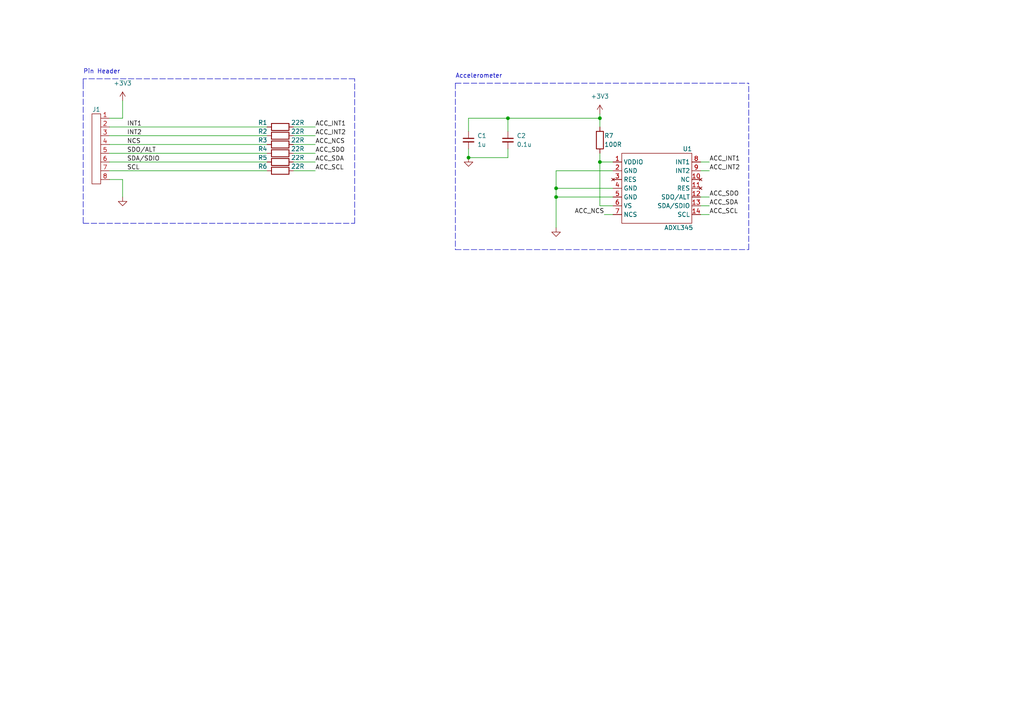
<source format=kicad_sch>
(kicad_sch (version 20211123) (generator eeschema)

  (uuid cb4577aa-91c8-4756-88ad-b043efa01bd6)

  (paper "A4")

  (lib_symbols
    (symbol "Device:C_Small" (pin_numbers hide) (pin_names (offset 0.254) hide) (in_bom yes) (on_board yes)
      (property "Reference" "C" (id 0) (at 0.254 1.778 0)
        (effects (font (size 1.27 1.27)) (justify left))
      )
      (property "Value" "C_Small" (id 1) (at 0.254 -2.032 0)
        (effects (font (size 1.27 1.27)) (justify left))
      )
      (property "Footprint" "" (id 2) (at 0 0 0)
        (effects (font (size 1.27 1.27)) hide)
      )
      (property "Datasheet" "~" (id 3) (at 0 0 0)
        (effects (font (size 1.27 1.27)) hide)
      )
      (property "ki_keywords" "capacitor cap" (id 4) (at 0 0 0)
        (effects (font (size 1.27 1.27)) hide)
      )
      (property "ki_description" "Unpolarized capacitor, small symbol" (id 5) (at 0 0 0)
        (effects (font (size 1.27 1.27)) hide)
      )
      (property "ki_fp_filters" "C_*" (id 6) (at 0 0 0)
        (effects (font (size 1.27 1.27)) hide)
      )
      (symbol "C_Small_0_1"
        (polyline
          (pts
            (xy -1.524 -0.508)
            (xy 1.524 -0.508)
          )
          (stroke (width 0.3302) (type default) (color 0 0 0 0))
          (fill (type none))
        )
        (polyline
          (pts
            (xy -1.524 0.508)
            (xy 1.524 0.508)
          )
          (stroke (width 0.3048) (type default) (color 0 0 0 0))
          (fill (type none))
        )
      )
      (symbol "C_Small_1_1"
        (pin passive line (at 0 2.54 270) (length 2.032)
          (name "~" (effects (font (size 1.27 1.27))))
          (number "1" (effects (font (size 1.27 1.27))))
        )
        (pin passive line (at 0 -2.54 90) (length 2.032)
          (name "~" (effects (font (size 1.27 1.27))))
          (number "2" (effects (font (size 1.27 1.27))))
        )
      )
    )
    (symbol "Device:R" (pin_numbers hide) (pin_names (offset 0)) (in_bom yes) (on_board yes)
      (property "Reference" "R" (id 0) (at 2.032 0 90)
        (effects (font (size 1.27 1.27)))
      )
      (property "Value" "R" (id 1) (at 0 0 90)
        (effects (font (size 1.27 1.27)))
      )
      (property "Footprint" "" (id 2) (at -1.778 0 90)
        (effects (font (size 1.27 1.27)) hide)
      )
      (property "Datasheet" "~" (id 3) (at 0 0 0)
        (effects (font (size 1.27 1.27)) hide)
      )
      (property "ki_keywords" "R res resistor" (id 4) (at 0 0 0)
        (effects (font (size 1.27 1.27)) hide)
      )
      (property "ki_description" "Resistor" (id 5) (at 0 0 0)
        (effects (font (size 1.27 1.27)) hide)
      )
      (property "ki_fp_filters" "R_*" (id 6) (at 0 0 0)
        (effects (font (size 1.27 1.27)) hide)
      )
      (symbol "R_0_1"
        (rectangle (start -1.016 -2.54) (end 1.016 2.54)
          (stroke (width 0.254) (type default) (color 0 0 0 0))
          (fill (type none))
        )
      )
      (symbol "R_1_1"
        (pin passive line (at 0 3.81 270) (length 1.27)
          (name "~" (effects (font (size 1.27 1.27))))
          (number "1" (effects (font (size 1.27 1.27))))
        )
        (pin passive line (at 0 -3.81 90) (length 1.27)
          (name "~" (effects (font (size 1.27 1.27))))
          (number "2" (effects (font (size 1.27 1.27))))
        )
      )
    )
    (symbol "UserCustom:8_Pin_Header" (in_bom yes) (on_board yes)
      (property "Reference" "J" (id 0) (at 0 5.08 0)
        (effects (font (size 1.27 1.27)))
      )
      (property "Value" "8_Pin_Header" (id 1) (at 3.81 -19.05 0)
        (effects (font (size 1.27 1.27)) hide)
      )
      (property "Footprint" "" (id 2) (at 0 0 0)
        (effects (font (size 1.27 1.27)) hide)
      )
      (property "Datasheet" "" (id 3) (at 0 0 0)
        (effects (font (size 1.27 1.27)) hide)
      )
      (symbol "8_Pin_Header_0_1"
        (rectangle (start -1.27 2.54) (end 1.27 -17.78)
          (stroke (width 0) (type default) (color 0 0 0 0))
          (fill (type none))
        )
      )
      (symbol "8_Pin_Header_1_1"
        (pin input line (at 3.81 1.27 180) (length 2.54)
          (name "" (effects (font (size 1.27 1.27))))
          (number "1" (effects (font (size 1.27 1.27))))
        )
        (pin input line (at 3.81 -1.27 180) (length 2.54)
          (name "" (effects (font (size 1.27 1.27))))
          (number "2" (effects (font (size 1.27 1.27))))
        )
        (pin input line (at 3.81 -3.81 180) (length 2.54)
          (name "" (effects (font (size 1.27 1.27))))
          (number "3" (effects (font (size 1.27 1.27))))
        )
        (pin input line (at 3.81 -6.35 180) (length 2.54)
          (name "" (effects (font (size 1.27 1.27))))
          (number "4" (effects (font (size 1.27 1.27))))
        )
        (pin input line (at 3.81 -8.89 180) (length 2.54)
          (name "" (effects (font (size 1.27 1.27))))
          (number "5" (effects (font (size 1.27 1.27))))
        )
        (pin input line (at 3.81 -11.43 180) (length 2.54)
          (name "" (effects (font (size 1.27 1.27))))
          (number "6" (effects (font (size 1.27 1.27))))
        )
        (pin input line (at 3.81 -13.97 180) (length 2.54)
          (name "" (effects (font (size 1.27 1.27))))
          (number "7" (effects (font (size 1.27 1.27))))
        )
        (pin input line (at 3.81 -16.51 180) (length 2.54)
          (name "" (effects (font (size 1.27 1.27))))
          (number "8" (effects (font (size 1.27 1.27))))
        )
      )
    )
    (symbol "UserCustom:ADXL345" (in_bom yes) (on_board yes)
      (property "Reference" "U" (id 0) (at -8.89 8.89 0)
        (effects (font (size 1.27 1.27)))
      )
      (property "Value" "ADXL345" (id 1) (at 6.35 -13.97 0)
        (effects (font (size 1.27 1.27)))
      )
      (property "Footprint" "" (id 2) (at 0 0 0)
        (effects (font (size 1.27 1.27)) hide)
      )
      (property "Datasheet" "" (id 3) (at 0 0 0)
        (effects (font (size 1.27 1.27)) hide)
      )
      (symbol "ADXL345_0_1"
        (rectangle (start -10.16 7.62) (end 10.16 -12.7)
          (stroke (width 0) (type default) (color 0 0 0 0))
          (fill (type none))
        )
      )
      (symbol "ADXL345_1_1"
        (pin power_in line (at -12.7 5.08 0) (length 2.54)
          (name "VDDIO" (effects (font (size 1.27 1.27))))
          (number "1" (effects (font (size 1.27 1.27))))
        )
        (pin no_connect line (at 12.7 0 180) (length 2.54)
          (name "NC" (effects (font (size 1.27 1.27))))
          (number "10" (effects (font (size 1.27 1.27))))
        )
        (pin no_connect line (at 12.7 -2.54 180) (length 2.54)
          (name "RES" (effects (font (size 1.27 1.27))))
          (number "11" (effects (font (size 1.27 1.27))))
        )
        (pin bidirectional line (at 12.7 -5.08 180) (length 2.54)
          (name "SDO/ALT" (effects (font (size 1.27 1.27))))
          (number "12" (effects (font (size 1.27 1.27))))
        )
        (pin bidirectional line (at 12.7 -7.62 180) (length 2.54)
          (name "SDA/SDIO" (effects (font (size 1.27 1.27))))
          (number "13" (effects (font (size 1.27 1.27))))
        )
        (pin input line (at 12.7 -10.16 180) (length 2.54)
          (name "SCL" (effects (font (size 1.27 1.27))))
          (number "14" (effects (font (size 1.27 1.27))))
        )
        (pin power_out line (at -12.7 2.54 0) (length 2.54)
          (name "GND" (effects (font (size 1.27 1.27))))
          (number "2" (effects (font (size 1.27 1.27))))
        )
        (pin no_connect line (at -12.7 0 0) (length 2.54)
          (name "RES" (effects (font (size 1.27 1.27))))
          (number "3" (effects (font (size 1.27 1.27))))
        )
        (pin power_out line (at -12.7 -2.54 0) (length 2.54)
          (name "GND" (effects (font (size 1.27 1.27))))
          (number "4" (effects (font (size 1.27 1.27))))
        )
        (pin power_out line (at -12.7 -5.08 0) (length 2.54)
          (name "GND" (effects (font (size 1.27 1.27))))
          (number "5" (effects (font (size 1.27 1.27))))
        )
        (pin power_in line (at -12.7 -7.62 0) (length 2.54)
          (name "VS" (effects (font (size 1.27 1.27))))
          (number "6" (effects (font (size 1.27 1.27))))
        )
        (pin input line (at -12.7 -10.16 0) (length 2.54)
          (name "NCS" (effects (font (size 1.27 1.27))))
          (number "7" (effects (font (size 1.27 1.27))))
        )
        (pin output line (at 12.7 5.08 180) (length 2.54)
          (name "INT1" (effects (font (size 1.27 1.27))))
          (number "8" (effects (font (size 1.27 1.27))))
        )
        (pin output line (at 12.7 2.54 180) (length 2.54)
          (name "INT2" (effects (font (size 1.27 1.27))))
          (number "9" (effects (font (size 1.27 1.27))))
        )
      )
    )
    (symbol "power:+3V3" (power) (pin_names (offset 0)) (in_bom yes) (on_board yes)
      (property "Reference" "#PWR" (id 0) (at 0 -3.81 0)
        (effects (font (size 1.27 1.27)) hide)
      )
      (property "Value" "+3V3" (id 1) (at 0 3.556 0)
        (effects (font (size 1.27 1.27)))
      )
      (property "Footprint" "" (id 2) (at 0 0 0)
        (effects (font (size 1.27 1.27)) hide)
      )
      (property "Datasheet" "" (id 3) (at 0 0 0)
        (effects (font (size 1.27 1.27)) hide)
      )
      (property "ki_keywords" "power-flag" (id 4) (at 0 0 0)
        (effects (font (size 1.27 1.27)) hide)
      )
      (property "ki_description" "Power symbol creates a global label with name \"+3V3\"" (id 5) (at 0 0 0)
        (effects (font (size 1.27 1.27)) hide)
      )
      (symbol "+3V3_0_1"
        (polyline
          (pts
            (xy -0.762 1.27)
            (xy 0 2.54)
          )
          (stroke (width 0) (type default) (color 0 0 0 0))
          (fill (type none))
        )
        (polyline
          (pts
            (xy 0 0)
            (xy 0 2.54)
          )
          (stroke (width 0) (type default) (color 0 0 0 0))
          (fill (type none))
        )
        (polyline
          (pts
            (xy 0 2.54)
            (xy 0.762 1.27)
          )
          (stroke (width 0) (type default) (color 0 0 0 0))
          (fill (type none))
        )
      )
      (symbol "+3V3_1_1"
        (pin power_in line (at 0 0 90) (length 0) hide
          (name "+3V3" (effects (font (size 1.27 1.27))))
          (number "1" (effects (font (size 1.27 1.27))))
        )
      )
    )
    (symbol "power:GND" (power) (pin_names (offset 0)) (in_bom yes) (on_board yes)
      (property "Reference" "#PWR" (id 0) (at 0 -6.35 0)
        (effects (font (size 1.27 1.27)) hide)
      )
      (property "Value" "GND" (id 1) (at 0 -3.81 0)
        (effects (font (size 1.27 1.27)))
      )
      (property "Footprint" "" (id 2) (at 0 0 0)
        (effects (font (size 1.27 1.27)) hide)
      )
      (property "Datasheet" "" (id 3) (at 0 0 0)
        (effects (font (size 1.27 1.27)) hide)
      )
      (property "ki_keywords" "power-flag" (id 4) (at 0 0 0)
        (effects (font (size 1.27 1.27)) hide)
      )
      (property "ki_description" "Power symbol creates a global label with name \"GND\" , ground" (id 5) (at 0 0 0)
        (effects (font (size 1.27 1.27)) hide)
      )
      (symbol "GND_0_1"
        (polyline
          (pts
            (xy 0 0)
            (xy 0 -1.27)
            (xy 1.27 -1.27)
            (xy 0 -2.54)
            (xy -1.27 -1.27)
            (xy 0 -1.27)
          )
          (stroke (width 0) (type default) (color 0 0 0 0))
          (fill (type none))
        )
      )
      (symbol "GND_1_1"
        (pin power_in line (at 0 0 270) (length 0) hide
          (name "GND" (effects (font (size 1.27 1.27))))
          (number "1" (effects (font (size 1.27 1.27))))
        )
      )
    )
  )

  (junction (at 161.29 57.15) (diameter 0) (color 0 0 0 0)
    (uuid 069c7942-054d-4e09-b013-e9dca9d5de5f)
  )
  (junction (at 147.32 34.29) (diameter 0) (color 0 0 0 0)
    (uuid 0cd44abb-a193-4bba-959d-62fdcbf9179e)
  )
  (junction (at 161.29 54.61) (diameter 0) (color 0 0 0 0)
    (uuid 78fc3ea0-e1b6-4bb9-bd76-3a4c9eb09d5a)
  )
  (junction (at 173.99 34.29) (diameter 0) (color 0 0 0 0)
    (uuid 973bae6c-7191-40cf-a11a-7dbc34c7567d)
  )
  (junction (at 135.89 45.72) (diameter 0) (color 0 0 0 0)
    (uuid d135b572-4764-4fcc-b263-1ba2b29e82e7)
  )
  (junction (at 173.99 46.99) (diameter 0) (color 0 0 0 0)
    (uuid f3049c36-fe33-4572-80b2-870c1d5fcdee)
  )

  (wire (pts (xy 135.89 34.29) (xy 147.32 34.29))
    (stroke (width 0) (type default) (color 0 0 0 0))
    (uuid 01ca085b-c127-416f-bc35-81d94b348642)
  )
  (wire (pts (xy 203.2 62.23) (xy 205.74 62.23))
    (stroke (width 0) (type default) (color 0 0 0 0))
    (uuid 093e3591-c9cb-4f31-86ab-ddc772c68b4f)
  )
  (polyline (pts (xy 132.08 24.13) (xy 217.17 24.13))
    (stroke (width 0) (type default) (color 0 0 0 0))
    (uuid 0a3abfea-1ec6-48a5-8b67-69b9d43fa34c)
  )

  (wire (pts (xy 31.75 52.07) (xy 35.56 52.07))
    (stroke (width 0) (type default) (color 0 0 0 0))
    (uuid 0e8184bc-64eb-45ef-8b5d-c1ed0e5efa52)
  )
  (wire (pts (xy 173.99 46.99) (xy 173.99 59.69))
    (stroke (width 0) (type default) (color 0 0 0 0))
    (uuid 10800823-efb7-4f7a-9fa4-96d34f6b2853)
  )
  (wire (pts (xy 203.2 49.53) (xy 205.74 49.53))
    (stroke (width 0) (type default) (color 0 0 0 0))
    (uuid 236695fd-0e65-417b-94bb-458737ba7e9f)
  )
  (polyline (pts (xy 102.87 22.86) (xy 24.13 22.86))
    (stroke (width 0) (type default) (color 0 0 0 0))
    (uuid 2d3d25c9-751c-4320-935b-7a49ff6229ea)
  )

  (wire (pts (xy 161.29 49.53) (xy 161.29 54.61))
    (stroke (width 0) (type default) (color 0 0 0 0))
    (uuid 2f30f8bc-0d45-4457-8524-23787d206867)
  )
  (wire (pts (xy 31.75 34.29) (xy 35.56 34.29))
    (stroke (width 0) (type default) (color 0 0 0 0))
    (uuid 33df8806-747d-47fa-b116-b6b1aa2eefa6)
  )
  (wire (pts (xy 147.32 45.72) (xy 147.32 43.18))
    (stroke (width 0) (type default) (color 0 0 0 0))
    (uuid 3f830320-a4c4-4e05-a53d-0580ac7183da)
  )
  (wire (pts (xy 85.09 41.91) (xy 91.44 41.91))
    (stroke (width 0) (type default) (color 0 0 0 0))
    (uuid 4fdd9e3c-3638-4e37-9b7b-62ba7cbbc440)
  )
  (polyline (pts (xy 102.87 64.77) (xy 102.87 22.86))
    (stroke (width 0) (type default) (color 0 0 0 0))
    (uuid 5108807f-e7ec-4097-b794-e48e584e9486)
  )

  (wire (pts (xy 173.99 33.02) (xy 173.99 34.29))
    (stroke (width 0) (type default) (color 0 0 0 0))
    (uuid 5902831c-8030-40ee-b8e6-e786c7421fda)
  )
  (wire (pts (xy 177.8 59.69) (xy 173.99 59.69))
    (stroke (width 0) (type default) (color 0 0 0 0))
    (uuid 59913a73-fc12-411f-b6ed-8f7fa6ddd58e)
  )
  (wire (pts (xy 35.56 29.21) (xy 35.56 34.29))
    (stroke (width 0) (type default) (color 0 0 0 0))
    (uuid 5f97f04e-cf5d-4d5e-897d-6b04adcc9135)
  )
  (wire (pts (xy 147.32 34.29) (xy 147.32 38.1))
    (stroke (width 0) (type default) (color 0 0 0 0))
    (uuid 69f8bcc4-f889-44e0-9903-4f7105fe23a9)
  )
  (wire (pts (xy 35.56 52.07) (xy 35.56 57.15))
    (stroke (width 0) (type default) (color 0 0 0 0))
    (uuid 6cd7c1c2-f75a-4483-aa1c-b9207654ee3f)
  )
  (wire (pts (xy 203.2 57.15) (xy 205.74 57.15))
    (stroke (width 0) (type default) (color 0 0 0 0))
    (uuid 7781677e-cf30-4dca-bf1c-e94a6e017617)
  )
  (wire (pts (xy 205.74 46.99) (xy 203.2 46.99))
    (stroke (width 0) (type default) (color 0 0 0 0))
    (uuid 78cd29c6-dc85-4890-83b1-c666556ea883)
  )
  (wire (pts (xy 31.75 49.53) (xy 77.47 49.53))
    (stroke (width 0) (type default) (color 0 0 0 0))
    (uuid 7b50f65f-add7-4c88-9021-0f8eb12d3b91)
  )
  (wire (pts (xy 147.32 34.29) (xy 173.99 34.29))
    (stroke (width 0) (type default) (color 0 0 0 0))
    (uuid 7cfdedc3-c3b4-44db-b2bc-b052eb870d35)
  )
  (wire (pts (xy 203.2 59.69) (xy 205.74 59.69))
    (stroke (width 0) (type default) (color 0 0 0 0))
    (uuid 7e84ca7d-e4ac-4c04-8082-2a97205ae76c)
  )
  (wire (pts (xy 173.99 34.29) (xy 173.99 36.83))
    (stroke (width 0) (type default) (color 0 0 0 0))
    (uuid 7f30a6aa-71e9-45b9-b615-12d1abfd37ea)
  )
  (wire (pts (xy 85.09 49.53) (xy 91.44 49.53))
    (stroke (width 0) (type default) (color 0 0 0 0))
    (uuid 8274efa8-77b3-4398-b009-0142c47769f6)
  )
  (wire (pts (xy 135.89 45.72) (xy 147.32 45.72))
    (stroke (width 0) (type default) (color 0 0 0 0))
    (uuid 83c80bd3-d442-4478-8b74-9c3f75fd0166)
  )
  (wire (pts (xy 31.75 46.99) (xy 77.47 46.99))
    (stroke (width 0) (type default) (color 0 0 0 0))
    (uuid 8f10a653-183c-4cb3-99a4-3efbc10aae73)
  )
  (wire (pts (xy 85.09 36.83) (xy 91.44 36.83))
    (stroke (width 0) (type default) (color 0 0 0 0))
    (uuid 962f8e41-cd0f-4ee3-a67c-88a1165d6a17)
  )
  (wire (pts (xy 161.29 57.15) (xy 161.29 66.04))
    (stroke (width 0) (type default) (color 0 0 0 0))
    (uuid 9afadb28-bb04-4ae3-8cdc-7f9adf536e58)
  )
  (polyline (pts (xy 217.17 72.39) (xy 217.17 24.13))
    (stroke (width 0) (type default) (color 0 0 0 0))
    (uuid 9f474721-644e-4d13-9221-2688f4486122)
  )

  (wire (pts (xy 31.75 44.45) (xy 77.47 44.45))
    (stroke (width 0) (type default) (color 0 0 0 0))
    (uuid a38d20d4-547a-42ae-9ecc-350d04afae84)
  )
  (polyline (pts (xy 132.08 72.39) (xy 217.17 72.39))
    (stroke (width 0) (type default) (color 0 0 0 0))
    (uuid a7fcfb90-f8c0-41a0-b669-144f635e6909)
  )

  (wire (pts (xy 161.29 54.61) (xy 161.29 57.15))
    (stroke (width 0) (type default) (color 0 0 0 0))
    (uuid aa4d5d9f-3b5f-4568-8487-29f8c1f98db5)
  )
  (wire (pts (xy 177.8 49.53) (xy 161.29 49.53))
    (stroke (width 0) (type default) (color 0 0 0 0))
    (uuid b4b624c5-a562-4734-a071-ab5717c93881)
  )
  (polyline (pts (xy 24.13 22.86) (xy 24.13 24.13))
    (stroke (width 0) (type default) (color 0 0 0 0))
    (uuid b6d87c45-7e21-467b-b177-2ad63c531185)
  )

  (wire (pts (xy 31.75 39.37) (xy 77.47 39.37))
    (stroke (width 0) (type default) (color 0 0 0 0))
    (uuid bf405a8a-e79f-41f9-8b69-f3a4acf16646)
  )
  (wire (pts (xy 173.99 44.45) (xy 173.99 46.99))
    (stroke (width 0) (type default) (color 0 0 0 0))
    (uuid c1dce618-a75e-4ab0-a0d9-c486baeb1fe8)
  )
  (wire (pts (xy 85.09 39.37) (xy 91.44 39.37))
    (stroke (width 0) (type default) (color 0 0 0 0))
    (uuid c41b6eab-c6e3-4c5f-bb36-95d6db16dac3)
  )
  (wire (pts (xy 177.8 46.99) (xy 173.99 46.99))
    (stroke (width 0) (type default) (color 0 0 0 0))
    (uuid c46a3362-1c0b-41b5-a436-11adfe18d68f)
  )
  (wire (pts (xy 175.26 62.23) (xy 177.8 62.23))
    (stroke (width 0) (type default) (color 0 0 0 0))
    (uuid c89de1b0-cd17-4b95-b20a-483605261196)
  )
  (wire (pts (xy 161.29 54.61) (xy 177.8 54.61))
    (stroke (width 0) (type default) (color 0 0 0 0))
    (uuid cad892f3-ec8b-48c2-b618-e3a4a2befa5a)
  )
  (wire (pts (xy 85.09 46.99) (xy 91.44 46.99))
    (stroke (width 0) (type default) (color 0 0 0 0))
    (uuid d9df3ac1-b276-4fdc-aa76-6192f677e2b1)
  )
  (wire (pts (xy 161.29 57.15) (xy 177.8 57.15))
    (stroke (width 0) (type default) (color 0 0 0 0))
    (uuid db04810f-3af3-4e22-8120-62dd3888db77)
  )
  (wire (pts (xy 135.89 34.29) (xy 135.89 38.1))
    (stroke (width 0) (type default) (color 0 0 0 0))
    (uuid db11db6a-54c4-4eea-ad64-21319ff66f9c)
  )
  (polyline (pts (xy 24.13 24.13) (xy 24.13 64.77))
    (stroke (width 0) (type default) (color 0 0 0 0))
    (uuid e7ee8be2-a64c-47aa-8bfb-bf0b6cf9214d)
  )

  (wire (pts (xy 31.75 41.91) (xy 77.47 41.91))
    (stroke (width 0) (type default) (color 0 0 0 0))
    (uuid ec7d269b-2092-4c85-b3e9-1135e87a25a5)
  )
  (polyline (pts (xy 24.13 64.77) (xy 102.87 64.77))
    (stroke (width 0) (type default) (color 0 0 0 0))
    (uuid ecf59e2b-207d-48d2-bc1d-d5e68c539f25)
  )

  (wire (pts (xy 85.09 44.45) (xy 91.44 44.45))
    (stroke (width 0) (type default) (color 0 0 0 0))
    (uuid f1464b8f-a664-44a1-beef-9b07d64d7d9d)
  )
  (wire (pts (xy 135.89 43.18) (xy 135.89 45.72))
    (stroke (width 0) (type default) (color 0 0 0 0))
    (uuid f248fb3c-1235-4e08-9d10-50f3aebdc2ab)
  )
  (polyline (pts (xy 132.08 24.13) (xy 132.08 72.39))
    (stroke (width 0) (type default) (color 0 0 0 0))
    (uuid f49f26bf-5f2a-4962-96f1-261182a5232c)
  )

  (wire (pts (xy 31.75 36.83) (xy 77.47 36.83))
    (stroke (width 0) (type default) (color 0 0 0 0))
    (uuid fba6e2cc-b4a9-48ae-8160-8f686c323d78)
  )

  (text "Pin Header\n" (at 24.13 21.59 0)
    (effects (font (size 1.27 1.27)) (justify left bottom))
    (uuid 9230ec21-a07f-485f-8d47-08a4c2486c48)
  )
  (text "Accelerometer\n" (at 132.08 22.86 0)
    (effects (font (size 1.27 1.27)) (justify left bottom))
    (uuid b19f91b9-bfc5-416d-a1c6-fbf8c0dad0eb)
  )

  (label "ACC_NCS" (at 91.44 41.91 0)
    (effects (font (size 1.27 1.27)) (justify left bottom))
    (uuid 2465fa98-7a2f-4c70-add6-4fffeebfc135)
  )
  (label "ACC_INT1" (at 205.74 46.99 0)
    (effects (font (size 1.27 1.27)) (justify left bottom))
    (uuid 3a4b8613-22c6-4e9e-a588-5031bcd9b7f8)
  )
  (label "ACC_SDO" (at 205.74 57.15 0)
    (effects (font (size 1.27 1.27)) (justify left bottom))
    (uuid 56eb5332-7859-40d5-8d9e-84743d8c6ecc)
  )
  (label "NCS" (at 36.83 41.91 0)
    (effects (font (size 1.27 1.27)) (justify left bottom))
    (uuid 5f8f7762-8e2d-48b7-a2dd-be5aa5d75a57)
  )
  (label "ACC_SDA" (at 91.44 46.99 0)
    (effects (font (size 1.27 1.27)) (justify left bottom))
    (uuid 677ad503-c4ce-41c1-8848-55f5d138cb34)
  )
  (label "INT2" (at 36.83 39.37 0)
    (effects (font (size 1.27 1.27)) (justify left bottom))
    (uuid 81deb524-2b23-4e39-a619-b3782d6375bd)
  )
  (label "ACC_SCL" (at 205.74 62.23 0)
    (effects (font (size 1.27 1.27)) (justify left bottom))
    (uuid 98d0ad70-c601-4852-9062-5d7220b592ee)
  )
  (label "SDO{slash}ALT" (at 36.83 44.45 0)
    (effects (font (size 1.27 1.27)) (justify left bottom))
    (uuid 9a72c2d6-ed82-4ec1-8989-478bb4919dc6)
  )
  (label "ACC_SDO" (at 91.44 44.45 0)
    (effects (font (size 1.27 1.27)) (justify left bottom))
    (uuid 9c5d10e8-c030-4eee-be43-7099ea053ecf)
  )
  (label "ACC_INT2" (at 91.44 39.37 0)
    (effects (font (size 1.27 1.27)) (justify left bottom))
    (uuid 9fb1cad4-d8d4-4da5-88b2-e4d89e52734b)
  )
  (label "SCL" (at 36.83 49.53 0)
    (effects (font (size 1.27 1.27)) (justify left bottom))
    (uuid aefbdddd-9af7-415d-9f65-08212e398d61)
  )
  (label "INT1" (at 36.83 36.83 0)
    (effects (font (size 1.27 1.27)) (justify left bottom))
    (uuid ca8a1f2b-0358-4a32-9a15-1c1d4655a5a1)
  )
  (label "ACC_INT2" (at 205.74 49.53 0)
    (effects (font (size 1.27 1.27)) (justify left bottom))
    (uuid ce5de00e-53c0-40d2-adf6-2d32c9203a7d)
  )
  (label "ACC_SCL" (at 91.44 49.53 0)
    (effects (font (size 1.27 1.27)) (justify left bottom))
    (uuid d40bbd60-9b41-4cde-b9b7-fa2ae9e4a34d)
  )
  (label "ACC_INT1" (at 91.44 36.83 0)
    (effects (font (size 1.27 1.27)) (justify left bottom))
    (uuid db66c3e7-61bb-46e0-a9c8-13ca2b643faf)
  )
  (label "ACC_SDA" (at 205.74 59.69 0)
    (effects (font (size 1.27 1.27)) (justify left bottom))
    (uuid dc4aba2a-e66d-4e7b-9a55-e6b850226d0b)
  )
  (label "SDA{slash}SDIO" (at 36.83 46.99 0)
    (effects (font (size 1.27 1.27)) (justify left bottom))
    (uuid e8e2d10f-8216-4f74-90a9-79fc3765fb8d)
  )
  (label "ACC_NCS" (at 175.26 62.23 180)
    (effects (font (size 1.27 1.27)) (justify right bottom))
    (uuid f5ded2f8-2613-41b4-b6d0-3d27d1b2c739)
  )

  (symbol (lib_id "UserCustom:8_Pin_Header") (at 27.94 35.56 0) (unit 1)
    (in_bom yes) (on_board yes)
    (uuid 02ac6ba2-3f74-4a09-a6c2-968b970de8d0)
    (property "Reference" "J1" (id 0) (at 27.94 31.75 0))
    (property "Value" "8_Pin_Header" (id 1) (at 27.94 30.48 0)
      (effects (font (size 1.27 1.27)) hide)
    )
    (property "Footprint" "UserCustom:8_Pin_Header" (id 2) (at 27.94 35.56 0)
      (effects (font (size 1.27 1.27)) hide)
    )
    (property "Datasheet" "" (id 3) (at 27.94 35.56 0)
      (effects (font (size 1.27 1.27)) hide)
    )
    (pin "1" (uuid 7d51e9cc-765e-4d0a-89f9-ba97f48003b0))
    (pin "2" (uuid 0c9159c4-f735-455d-851b-d1b3826d9e10))
    (pin "3" (uuid fbf1ac84-65cd-4772-ba15-99a6f6d721b0))
    (pin "4" (uuid 7ff6b4fd-bdc9-4182-af40-b0da58ac84b4))
    (pin "5" (uuid 56b94d83-b68d-48a7-9aa1-a8523990f967))
    (pin "6" (uuid 32f87d73-a1d5-413e-a13b-7dbd91421f15))
    (pin "7" (uuid e19122a1-85fd-4eba-b268-f1eeabc565f1))
    (pin "8" (uuid 7304f546-c257-47f3-a1eb-43153f232135))
  )

  (symbol (lib_id "Device:R") (at 81.28 41.91 90) (unit 1)
    (in_bom yes) (on_board yes)
    (uuid 227b7594-baed-46a3-8268-ceecaa829633)
    (property "Reference" "R3" (id 0) (at 76.2 40.64 90))
    (property "Value" "22R" (id 1) (at 86.36 40.64 90))
    (property "Footprint" "Resistor_SMD:R_0603_1608Metric" (id 2) (at 81.28 43.688 90)
      (effects (font (size 1.27 1.27)) hide)
    )
    (property "Datasheet" "~" (id 3) (at 81.28 41.91 0)
      (effects (font (size 1.27 1.27)) hide)
    )
    (pin "1" (uuid 4cdb102c-66d3-44d6-b21a-a2c1523004a3))
    (pin "2" (uuid 2f67c93c-7176-4972-bf6f-804fb8064257))
  )

  (symbol (lib_id "Device:R") (at 81.28 46.99 90) (unit 1)
    (in_bom yes) (on_board yes)
    (uuid 499a33c7-dac1-4c64-acc6-74ddc66f83c3)
    (property "Reference" "R5" (id 0) (at 76.2 45.72 90))
    (property "Value" "22R" (id 1) (at 86.36 45.72 90))
    (property "Footprint" "Resistor_SMD:R_0603_1608Metric" (id 2) (at 81.28 48.768 90)
      (effects (font (size 1.27 1.27)) hide)
    )
    (property "Datasheet" "~" (id 3) (at 81.28 46.99 0)
      (effects (font (size 1.27 1.27)) hide)
    )
    (pin "1" (uuid c0fcfe74-e228-46b3-9859-5ab0aa359e8b))
    (pin "2" (uuid 41711acd-8ddc-4e35-a1ff-047b16bd8d93))
  )

  (symbol (lib_id "Device:R") (at 81.28 49.53 90) (unit 1)
    (in_bom yes) (on_board yes)
    (uuid 5f912f13-d863-47d4-99af-727523bf44e1)
    (property "Reference" "R6" (id 0) (at 76.2 48.26 90))
    (property "Value" "22R" (id 1) (at 86.36 48.26 90))
    (property "Footprint" "Resistor_SMD:R_0603_1608Metric" (id 2) (at 81.28 51.308 90)
      (effects (font (size 1.27 1.27)) hide)
    )
    (property "Datasheet" "~" (id 3) (at 81.28 49.53 0)
      (effects (font (size 1.27 1.27)) hide)
    )
    (pin "1" (uuid c4f76223-71b4-46a5-972a-597e2d91357a))
    (pin "2" (uuid 2cf51dee-f3ea-43c3-b378-35d796dde560))
  )

  (symbol (lib_id "Device:C_Small") (at 135.89 40.64 0) (unit 1)
    (in_bom yes) (on_board yes) (fields_autoplaced)
    (uuid 66ced457-403b-47f5-b930-759c28d593cf)
    (property "Reference" "C1" (id 0) (at 138.43 39.3762 0)
      (effects (font (size 1.27 1.27)) (justify left))
    )
    (property "Value" "1u" (id 1) (at 138.43 41.9162 0)
      (effects (font (size 1.27 1.27)) (justify left))
    )
    (property "Footprint" "Capacitor_SMD:C_1206_3216Metric" (id 2) (at 135.89 40.64 0)
      (effects (font (size 1.27 1.27)) hide)
    )
    (property "Datasheet" "~" (id 3) (at 135.89 40.64 0)
      (effects (font (size 1.27 1.27)) hide)
    )
    (pin "1" (uuid 272122bf-afb5-4ea5-813d-007854c0ef31))
    (pin "2" (uuid f90dd792-2125-4b33-9244-af529f9b710a))
  )

  (symbol (lib_id "power:GND") (at 135.89 45.72 0) (unit 1)
    (in_bom yes) (on_board yes) (fields_autoplaced)
    (uuid 67044dff-dd7b-4af6-abd1-d337e184773c)
    (property "Reference" "#PWR0102" (id 0) (at 135.89 52.07 0)
      (effects (font (size 1.27 1.27)) hide)
    )
    (property "Value" "GND" (id 1) (at 135.89 50.8 0)
      (effects (font (size 1.27 1.27)) hide)
    )
    (property "Footprint" "" (id 2) (at 135.89 45.72 0)
      (effects (font (size 1.27 1.27)) hide)
    )
    (property "Datasheet" "" (id 3) (at 135.89 45.72 0)
      (effects (font (size 1.27 1.27)) hide)
    )
    (pin "1" (uuid 0601b4b9-1b67-4e7e-9e84-4b1dd6003adb))
  )

  (symbol (lib_id "UserCustom:ADXL345") (at 190.5 52.07 0) (unit 1)
    (in_bom yes) (on_board yes)
    (uuid 6a3875b6-22df-4239-9f74-a9ca038cf3f0)
    (property "Reference" "U1" (id 0) (at 199.39 43.18 0))
    (property "Value" "ADXL345" (id 1) (at 196.85 66.04 0))
    (property "Footprint" "UserCustom:ADXL345" (id 2) (at 190.5 52.07 0)
      (effects (font (size 1.27 1.27)) hide)
    )
    (property "Datasheet" "" (id 3) (at 190.5 52.07 0)
      (effects (font (size 1.27 1.27)) hide)
    )
    (pin "1" (uuid f6e2c4f3-075e-4f76-8aed-9edd696bafdc))
    (pin "10" (uuid b4097a4d-874e-4ccb-b016-23afa561a61f))
    (pin "11" (uuid ffe7a751-1929-444f-8d61-9998248293ec))
    (pin "12" (uuid 7aa20619-6489-4efd-875a-d85ebaad3c20))
    (pin "13" (uuid ac4dd62c-272d-4954-944e-657727af2ffa))
    (pin "14" (uuid 5f6d6fcb-6e22-4f01-8cfc-da03c0a58bda))
    (pin "2" (uuid 5362dfcb-993d-4304-b491-23b1ab01170b))
    (pin "3" (uuid b1e23bde-24ba-4dbe-b47e-4bffc880c2ec))
    (pin "4" (uuid 6feabdf1-884a-4633-98ff-0f9138e1daf6))
    (pin "5" (uuid b01a8879-24f5-4f7f-87d1-5f8961db3ed7))
    (pin "6" (uuid 5f214afb-fff1-4388-8932-28c0674c0b77))
    (pin "7" (uuid eacb5f28-0540-4047-a561-c52c93fea906))
    (pin "8" (uuid bc5cf022-b1c5-4103-887e-f4e0b7c62b3e))
    (pin "9" (uuid e871bf24-6087-4aba-9c25-f314acfb32ad))
  )

  (symbol (lib_id "Device:R") (at 173.99 40.64 0) (unit 1)
    (in_bom yes) (on_board yes)
    (uuid 6f2fbb09-145c-465e-b195-866c80f0b214)
    (property "Reference" "R7" (id 0) (at 175.26 39.37 0)
      (effects (font (size 1.27 1.27)) (justify left))
    )
    (property "Value" "100R" (id 1) (at 175.26 41.91 0)
      (effects (font (size 1.27 1.27)) (justify left))
    )
    (property "Footprint" "Resistor_SMD:R_2010_5025Metric" (id 2) (at 172.212 40.64 90)
      (effects (font (size 1.27 1.27)) hide)
    )
    (property "Datasheet" "~" (id 3) (at 173.99 40.64 0)
      (effects (font (size 1.27 1.27)) hide)
    )
    (pin "1" (uuid 6a5e6f1b-c7d3-4bed-87ac-b356b06a2c19))
    (pin "2" (uuid aa79d0b3-0547-4a8a-be13-18d5fe599edc))
  )

  (symbol (lib_id "Device:C_Small") (at 147.32 40.64 0) (unit 1)
    (in_bom yes) (on_board yes) (fields_autoplaced)
    (uuid 86f54ec9-2a0d-47c3-9cc8-673ef7639f9b)
    (property "Reference" "C2" (id 0) (at 149.86 39.3762 0)
      (effects (font (size 1.27 1.27)) (justify left))
    )
    (property "Value" "0.1u" (id 1) (at 149.86 41.9162 0)
      (effects (font (size 1.27 1.27)) (justify left))
    )
    (property "Footprint" "Capacitor_SMD:C_0603_1608Metric" (id 2) (at 147.32 40.64 0)
      (effects (font (size 1.27 1.27)) hide)
    )
    (property "Datasheet" "~" (id 3) (at 147.32 40.64 0)
      (effects (font (size 1.27 1.27)) hide)
    )
    (pin "1" (uuid ce10a1fa-83c5-445d-895b-894654a11489))
    (pin "2" (uuid 0dad9fbc-9262-46a1-835e-7274b17ca381))
  )

  (symbol (lib_id "Device:R") (at 81.28 36.83 90) (unit 1)
    (in_bom yes) (on_board yes)
    (uuid 98bb52cf-7531-4ba6-85ec-4e851cd00e93)
    (property "Reference" "R1" (id 0) (at 76.2 35.56 90))
    (property "Value" "22R" (id 1) (at 86.36 35.56 90))
    (property "Footprint" "Resistor_SMD:R_0603_1608Metric" (id 2) (at 81.28 38.608 90)
      (effects (font (size 1.27 1.27)) hide)
    )
    (property "Datasheet" "~" (id 3) (at 81.28 36.83 0)
      (effects (font (size 1.27 1.27)) hide)
    )
    (pin "1" (uuid 033a1e52-1b6b-411e-b570-c0af0c877bf3))
    (pin "2" (uuid 8b1291d4-89aa-4b8f-862d-58379bb66ddd))
  )

  (symbol (lib_id "power:GND") (at 161.29 66.04 0) (unit 1)
    (in_bom yes) (on_board yes) (fields_autoplaced)
    (uuid 999af4c6-07e6-42fd-b987-100d6ca73b15)
    (property "Reference" "#PWR0101" (id 0) (at 161.29 72.39 0)
      (effects (font (size 1.27 1.27)) hide)
    )
    (property "Value" "GND" (id 1) (at 161.29 71.12 0)
      (effects (font (size 1.27 1.27)) hide)
    )
    (property "Footprint" "" (id 2) (at 161.29 66.04 0)
      (effects (font (size 1.27 1.27)) hide)
    )
    (property "Datasheet" "" (id 3) (at 161.29 66.04 0)
      (effects (font (size 1.27 1.27)) hide)
    )
    (pin "1" (uuid cc0af8f5-9a33-46a1-9ad9-88e3014f7afe))
  )

  (symbol (lib_id "Device:R") (at 81.28 39.37 90) (unit 1)
    (in_bom yes) (on_board yes)
    (uuid a524534b-b005-4da9-9957-4d71f771ca38)
    (property "Reference" "R2" (id 0) (at 76.2 38.1 90))
    (property "Value" "22R" (id 1) (at 86.36 38.1 90))
    (property "Footprint" "Resistor_SMD:R_0603_1608Metric" (id 2) (at 81.28 41.148 90)
      (effects (font (size 1.27 1.27)) hide)
    )
    (property "Datasheet" "~" (id 3) (at 81.28 39.37 0)
      (effects (font (size 1.27 1.27)) hide)
    )
    (pin "1" (uuid 5f83d559-e4a9-408d-ad8b-f3eca254069a))
    (pin "2" (uuid 18c7c647-8855-4a08-a8dd-b552ef73937f))
  )

  (symbol (lib_id "power:+3V3") (at 35.56 29.21 0) (unit 1)
    (in_bom yes) (on_board yes) (fields_autoplaced)
    (uuid c54a5552-464b-4b69-92c6-42144ad0c10e)
    (property "Reference" "#PWR0105" (id 0) (at 35.56 33.02 0)
      (effects (font (size 1.27 1.27)) hide)
    )
    (property "Value" "+3V3" (id 1) (at 35.56 24.13 0))
    (property "Footprint" "" (id 2) (at 35.56 29.21 0)
      (effects (font (size 1.27 1.27)) hide)
    )
    (property "Datasheet" "" (id 3) (at 35.56 29.21 0)
      (effects (font (size 1.27 1.27)) hide)
    )
    (pin "1" (uuid f9657930-7d3e-4a07-9f2f-7108db544a1b))
  )

  (symbol (lib_id "Device:R") (at 81.28 44.45 90) (unit 1)
    (in_bom yes) (on_board yes)
    (uuid c9fb0de5-f0b3-48f4-a851-999fda09463d)
    (property "Reference" "R4" (id 0) (at 76.2 43.18 90))
    (property "Value" "22R" (id 1) (at 86.36 43.18 90))
    (property "Footprint" "Resistor_SMD:R_0603_1608Metric" (id 2) (at 81.28 46.228 90)
      (effects (font (size 1.27 1.27)) hide)
    )
    (property "Datasheet" "~" (id 3) (at 81.28 44.45 0)
      (effects (font (size 1.27 1.27)) hide)
    )
    (pin "1" (uuid 990c3565-59b6-4f15-b32e-4bac50ad69b8))
    (pin "2" (uuid 766e6998-6ed0-4f90-a886-9a002e2edae0))
  )

  (symbol (lib_id "power:GND") (at 35.56 57.15 0) (unit 1)
    (in_bom yes) (on_board yes) (fields_autoplaced)
    (uuid ccc6f20b-83d4-46fd-bec7-c7e9cf7d0c66)
    (property "Reference" "#PWR0103" (id 0) (at 35.56 63.5 0)
      (effects (font (size 1.27 1.27)) hide)
    )
    (property "Value" "GND" (id 1) (at 35.56 62.23 0)
      (effects (font (size 1.27 1.27)) hide)
    )
    (property "Footprint" "" (id 2) (at 35.56 57.15 0)
      (effects (font (size 1.27 1.27)) hide)
    )
    (property "Datasheet" "" (id 3) (at 35.56 57.15 0)
      (effects (font (size 1.27 1.27)) hide)
    )
    (pin "1" (uuid 063b9a2a-7002-47b9-9522-3441000d5327))
  )

  (symbol (lib_id "power:+3V3") (at 173.99 33.02 0) (unit 1)
    (in_bom yes) (on_board yes) (fields_autoplaced)
    (uuid fad31545-9706-4077-850a-a91194bf4de1)
    (property "Reference" "#PWR0104" (id 0) (at 173.99 36.83 0)
      (effects (font (size 1.27 1.27)) hide)
    )
    (property "Value" "+3V3" (id 1) (at 173.99 27.94 0))
    (property "Footprint" "" (id 2) (at 173.99 33.02 0)
      (effects (font (size 1.27 1.27)) hide)
    )
    (property "Datasheet" "" (id 3) (at 173.99 33.02 0)
      (effects (font (size 1.27 1.27)) hide)
    )
    (pin "1" (uuid e3658de0-dcc2-4b78-ad1b-92d0cbb11425))
  )

  (sheet_instances
    (path "/" (page "1"))
  )

  (symbol_instances
    (path "/999af4c6-07e6-42fd-b987-100d6ca73b15"
      (reference "#PWR0101") (unit 1) (value "GND") (footprint "")
    )
    (path "/67044dff-dd7b-4af6-abd1-d337e184773c"
      (reference "#PWR0102") (unit 1) (value "GND") (footprint "")
    )
    (path "/ccc6f20b-83d4-46fd-bec7-c7e9cf7d0c66"
      (reference "#PWR0103") (unit 1) (value "GND") (footprint "")
    )
    (path "/fad31545-9706-4077-850a-a91194bf4de1"
      (reference "#PWR0104") (unit 1) (value "+3V3") (footprint "")
    )
    (path "/c54a5552-464b-4b69-92c6-42144ad0c10e"
      (reference "#PWR0105") (unit 1) (value "+3V3") (footprint "")
    )
    (path "/66ced457-403b-47f5-b930-759c28d593cf"
      (reference "C1") (unit 1) (value "1u") (footprint "Capacitor_SMD:C_1206_3216Metric")
    )
    (path "/86f54ec9-2a0d-47c3-9cc8-673ef7639f9b"
      (reference "C2") (unit 1) (value "0.1u") (footprint "Capacitor_SMD:C_0603_1608Metric")
    )
    (path "/02ac6ba2-3f74-4a09-a6c2-968b970de8d0"
      (reference "J1") (unit 1) (value "8_Pin_Header") (footprint "UserCustom:8_Pin_Header")
    )
    (path "/98bb52cf-7531-4ba6-85ec-4e851cd00e93"
      (reference "R1") (unit 1) (value "22R") (footprint "Resistor_SMD:R_0603_1608Metric")
    )
    (path "/a524534b-b005-4da9-9957-4d71f771ca38"
      (reference "R2") (unit 1) (value "22R") (footprint "Resistor_SMD:R_0603_1608Metric")
    )
    (path "/227b7594-baed-46a3-8268-ceecaa829633"
      (reference "R3") (unit 1) (value "22R") (footprint "Resistor_SMD:R_0603_1608Metric")
    )
    (path "/c9fb0de5-f0b3-48f4-a851-999fda09463d"
      (reference "R4") (unit 1) (value "22R") (footprint "Resistor_SMD:R_0603_1608Metric")
    )
    (path "/499a33c7-dac1-4c64-acc6-74ddc66f83c3"
      (reference "R5") (unit 1) (value "22R") (footprint "Resistor_SMD:R_0603_1608Metric")
    )
    (path "/5f912f13-d863-47d4-99af-727523bf44e1"
      (reference "R6") (unit 1) (value "22R") (footprint "Resistor_SMD:R_0603_1608Metric")
    )
    (path "/6f2fbb09-145c-465e-b195-866c80f0b214"
      (reference "R7") (unit 1) (value "100R") (footprint "Resistor_SMD:R_2010_5025Metric")
    )
    (path "/6a3875b6-22df-4239-9f74-a9ca038cf3f0"
      (reference "U1") (unit 1) (value "ADXL345") (footprint "UserCustom:ADXL345")
    )
  )
)

</source>
